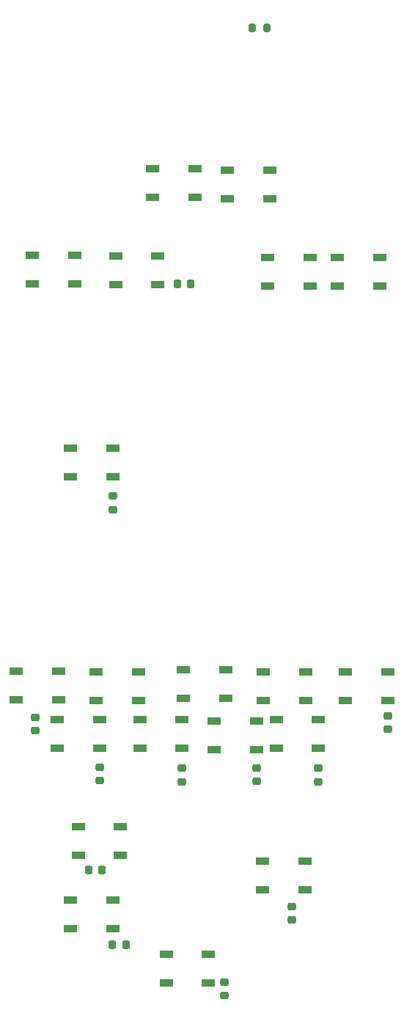
<source format=gbr>
%TF.GenerationSoftware,KiCad,Pcbnew,(6.0.9)*%
%TF.CreationDate,2023-03-29T17:51:04-08:00*%
%TF.ProjectId,APU PANEL,41505520-5041-44e4-954c-2e6b69636164,3*%
%TF.SameCoordinates,Original*%
%TF.FileFunction,Paste,Top*%
%TF.FilePolarity,Positive*%
%FSLAX46Y46*%
G04 Gerber Fmt 4.6, Leading zero omitted, Abs format (unit mm)*
G04 Created by KiCad (PCBNEW (6.0.9)) date 2023-03-29 17:51:04*
%MOMM*%
%LPD*%
G01*
G04 APERTURE LIST*
G04 Aperture macros list*
%AMRoundRect*
0 Rectangle with rounded corners*
0 $1 Rounding radius*
0 $2 $3 $4 $5 $6 $7 $8 $9 X,Y pos of 4 corners*
0 Add a 4 corners polygon primitive as box body*
4,1,4,$2,$3,$4,$5,$6,$7,$8,$9,$2,$3,0*
0 Add four circle primitives for the rounded corners*
1,1,$1+$1,$2,$3*
1,1,$1+$1,$4,$5*
1,1,$1+$1,$6,$7*
1,1,$1+$1,$8,$9*
0 Add four rect primitives between the rounded corners*
20,1,$1+$1,$2,$3,$4,$5,0*
20,1,$1+$1,$4,$5,$6,$7,0*
20,1,$1+$1,$6,$7,$8,$9,0*
20,1,$1+$1,$8,$9,$2,$3,0*%
G04 Aperture macros list end*
%ADD10R,1.500000X0.900000*%
%ADD11RoundRect,0.200000X-0.200000X-0.275000X0.200000X-0.275000X0.200000X0.275000X-0.200000X0.275000X0*%
%ADD12RoundRect,0.225000X0.250000X-0.225000X0.250000X0.225000X-0.250000X0.225000X-0.250000X-0.225000X0*%
%ADD13RoundRect,0.225000X0.225000X0.250000X-0.225000X0.250000X-0.225000X-0.250000X0.225000X-0.250000X0*%
%ADD14RoundRect,0.225000X-0.225000X-0.250000X0.225000X-0.250000X0.225000X0.250000X-0.225000X0.250000X0*%
G04 APERTURE END LIST*
D10*
%TO.C,D1*%
X86692400Y-73102400D03*
X86692400Y-76402400D03*
X91592400Y-76402400D03*
X91592400Y-73102400D03*
%TD*%
%TO.C,D2*%
X95289200Y-73229200D03*
X95289200Y-76529200D03*
X100189200Y-76529200D03*
X100189200Y-73229200D03*
%TD*%
%TO.C,D3*%
X72745600Y-83109600D03*
X72745600Y-86409600D03*
X77645600Y-86409600D03*
X77645600Y-83109600D03*
%TD*%
%TO.C,D4*%
X82386000Y-83160400D03*
X82386000Y-86460400D03*
X87286000Y-86460400D03*
X87286000Y-83160400D03*
%TD*%
%TO.C,D5*%
X99923600Y-83363600D03*
X99923600Y-86663600D03*
X104823600Y-86663600D03*
X104823600Y-83363600D03*
%TD*%
%TO.C,D6*%
X107977600Y-83363600D03*
X107977600Y-86663600D03*
X112877600Y-86663600D03*
X112877600Y-83363600D03*
%TD*%
%TO.C,D7*%
X70905200Y-131090400D03*
X70905200Y-134390400D03*
X75805200Y-134390400D03*
X75805200Y-131090400D03*
%TD*%
%TO.C,D8*%
X80150800Y-131141200D03*
X80150800Y-134441200D03*
X85050800Y-134441200D03*
X85050800Y-131141200D03*
%TD*%
%TO.C,D9*%
X90209200Y-130938000D03*
X90209200Y-134238000D03*
X95109200Y-134238000D03*
X95109200Y-130938000D03*
%TD*%
%TO.C,D10*%
X99454800Y-131141200D03*
X99454800Y-134441200D03*
X104354800Y-134441200D03*
X104354800Y-131141200D03*
%TD*%
%TO.C,D11*%
X108954400Y-131141200D03*
X108954400Y-134441200D03*
X113854400Y-134441200D03*
X113854400Y-131141200D03*
%TD*%
%TO.C,D12*%
X75680400Y-136678400D03*
X75680400Y-139978400D03*
X80580400Y-139978400D03*
X80580400Y-136678400D03*
%TD*%
%TO.C,D13*%
X85180000Y-136678400D03*
X85180000Y-139978400D03*
X90080000Y-139978400D03*
X90080000Y-136678400D03*
%TD*%
%TO.C,D14*%
X93765200Y-136881600D03*
X93765200Y-140181600D03*
X98665200Y-140181600D03*
X98665200Y-136881600D03*
%TD*%
%TO.C,D15*%
X100928000Y-136678400D03*
X100928000Y-139978400D03*
X105828000Y-139978400D03*
X105828000Y-136678400D03*
%TD*%
%TO.C,D16*%
X78068000Y-149022800D03*
X78068000Y-152322800D03*
X82968000Y-152322800D03*
X82968000Y-149022800D03*
%TD*%
%TO.C,D17*%
X99353200Y-152985200D03*
X99353200Y-156285200D03*
X104253200Y-156285200D03*
X104253200Y-152985200D03*
%TD*%
%TO.C,D18*%
X77142000Y-157531600D03*
X77142000Y-160831600D03*
X82042000Y-160831600D03*
X82042000Y-157531600D03*
%TD*%
%TO.C,D19*%
X88228000Y-163754800D03*
X88228000Y-167054800D03*
X93128000Y-167054800D03*
X93128000Y-163754800D03*
%TD*%
%TO.C,D20*%
X77153600Y-105334800D03*
X77153600Y-108634800D03*
X82053600Y-108634800D03*
X82053600Y-105334800D03*
%TD*%
D11*
%TO.C,R1*%
X98176680Y-56875680D03*
X99826680Y-56875680D03*
%TD*%
D12*
%TO.C,C2*%
X94919800Y-168549720D03*
X94919800Y-166999720D03*
%TD*%
D13*
%TO.C,C3*%
X83586720Y-162709860D03*
X82036720Y-162709860D03*
%TD*%
D12*
%TO.C,C4*%
X102715060Y-159807040D03*
X102715060Y-158257040D03*
%TD*%
D14*
%TO.C,C5*%
X79275000Y-154050000D03*
X80825000Y-154050000D03*
%TD*%
D12*
%TO.C,C6*%
X80581500Y-143713500D03*
X80581500Y-142163500D03*
%TD*%
%TO.C,C7*%
X90070940Y-143853200D03*
X90070940Y-142303200D03*
%TD*%
%TO.C,C8*%
X98651060Y-143832880D03*
X98651060Y-142282880D03*
%TD*%
%TO.C,C9*%
X105826560Y-143858380D03*
X105826560Y-142308380D03*
%TD*%
%TO.C,C10*%
X73098660Y-137950340D03*
X73098660Y-136400340D03*
%TD*%
%TO.C,C11*%
X113845340Y-137818160D03*
X113845340Y-136268160D03*
%TD*%
%TO.C,C12*%
X82069940Y-112441120D03*
X82069940Y-110891120D03*
%TD*%
D13*
%TO.C,C13*%
X91046600Y-86418420D03*
X89496600Y-86418420D03*
%TD*%
M02*

</source>
